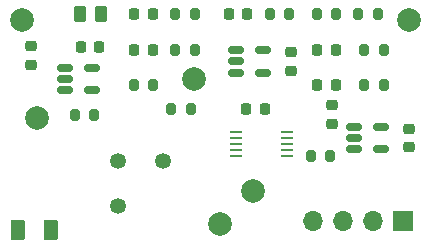
<source format=gts>
G04 #@! TF.GenerationSoftware,KiCad,Pcbnew,7.0.10*
G04 #@! TF.CreationDate,2025-06-25T11:08:39-05:00*
G04 #@! TF.ProjectId,ppg-pcb-4-afe,7070672d-7063-4622-9d34-2d6166652e6b,0*
G04 #@! TF.SameCoordinates,Original*
G04 #@! TF.FileFunction,Soldermask,Top*
G04 #@! TF.FilePolarity,Negative*
%FSLAX46Y46*%
G04 Gerber Fmt 4.6, Leading zero omitted, Abs format (unit mm)*
G04 Created by KiCad (PCBNEW 7.0.10) date 2025-06-25 11:08:39*
%MOMM*%
%LPD*%
G01*
G04 APERTURE LIST*
G04 Aperture macros list*
%AMRoundRect*
0 Rectangle with rounded corners*
0 $1 Rounding radius*
0 $2 $3 $4 $5 $6 $7 $8 $9 X,Y pos of 4 corners*
0 Add a 4 corners polygon primitive as box body*
4,1,4,$2,$3,$4,$5,$6,$7,$8,$9,$2,$3,0*
0 Add four circle primitives for the rounded corners*
1,1,$1+$1,$2,$3*
1,1,$1+$1,$4,$5*
1,1,$1+$1,$6,$7*
1,1,$1+$1,$8,$9*
0 Add four rect primitives between the rounded corners*
20,1,$1+$1,$2,$3,$4,$5,0*
20,1,$1+$1,$4,$5,$6,$7,0*
20,1,$1+$1,$6,$7,$8,$9,0*
20,1,$1+$1,$8,$9,$2,$3,0*%
G04 Aperture macros list end*
%ADD10RoundRect,0.200000X-0.200000X-0.275000X0.200000X-0.275000X0.200000X0.275000X-0.200000X0.275000X0*%
%ADD11RoundRect,0.225000X-0.225000X-0.250000X0.225000X-0.250000X0.225000X0.250000X-0.225000X0.250000X0*%
%ADD12C,2.000000*%
%ADD13RoundRect,0.225000X0.225000X0.250000X-0.225000X0.250000X-0.225000X-0.250000X0.225000X-0.250000X0*%
%ADD14R,1.700000X1.700000*%
%ADD15O,1.700000X1.700000*%
%ADD16RoundRect,0.225000X-0.250000X0.225000X-0.250000X-0.225000X0.250000X-0.225000X0.250000X0.225000X0*%
%ADD17RoundRect,0.150000X-0.512500X-0.150000X0.512500X-0.150000X0.512500X0.150000X-0.512500X0.150000X0*%
%ADD18RoundRect,0.250000X0.375000X0.625000X-0.375000X0.625000X-0.375000X-0.625000X0.375000X-0.625000X0*%
%ADD19RoundRect,0.250000X-0.262500X-0.450000X0.262500X-0.450000X0.262500X0.450000X-0.262500X0.450000X0*%
%ADD20RoundRect,0.225000X0.250000X-0.225000X0.250000X0.225000X-0.250000X0.225000X-0.250000X-0.225000X0*%
%ADD21C,1.350000*%
%ADD22R,1.100000X0.250000*%
G04 APERTURE END LIST*
D10*
X124675000Y-83000000D03*
X126325000Y-83000000D03*
D11*
X124725000Y-86000000D03*
X126275000Y-86000000D03*
D12*
X99750000Y-83500000D03*
D13*
X120275000Y-91000000D03*
X118725000Y-91000000D03*
D10*
X128175000Y-83000000D03*
X129825000Y-83000000D03*
D11*
X124725000Y-89000000D03*
X126275000Y-89000000D03*
D10*
X124175000Y-95000000D03*
X125825000Y-95000000D03*
D14*
X132000000Y-100500000D03*
D15*
X129460000Y-100500000D03*
X126920000Y-100500000D03*
X124380000Y-100500000D03*
D10*
X112350000Y-91000000D03*
X114000000Y-91000000D03*
D16*
X132500000Y-92725000D03*
X132500000Y-94275000D03*
D10*
X112675000Y-83000000D03*
X114325000Y-83000000D03*
D17*
X117862500Y-86050000D03*
X117862500Y-87000000D03*
X117862500Y-87950000D03*
X120137500Y-87950000D03*
X120137500Y-86050000D03*
D18*
X102150000Y-101250000D03*
X99350000Y-101250000D03*
D13*
X106275000Y-85750000D03*
X104725000Y-85750000D03*
D12*
X101000000Y-91750000D03*
X116500000Y-100750000D03*
D17*
X103362500Y-87550000D03*
X103362500Y-88500000D03*
X103362500Y-89450000D03*
X105637500Y-89450000D03*
X105637500Y-87550000D03*
D19*
X104587500Y-83000000D03*
X106412500Y-83000000D03*
D11*
X109225000Y-83000000D03*
X110775000Y-83000000D03*
D16*
X126000000Y-90725000D03*
X126000000Y-92275000D03*
D10*
X112675000Y-86000000D03*
X114325000Y-86000000D03*
D12*
X132500000Y-83500000D03*
X114250000Y-88500000D03*
D10*
X120675000Y-83000000D03*
X122325000Y-83000000D03*
D20*
X122500000Y-87775000D03*
X122500000Y-86225000D03*
D10*
X109175000Y-89000000D03*
X110825000Y-89000000D03*
X128675000Y-89000000D03*
X130325000Y-89000000D03*
D12*
X119250000Y-98000000D03*
D10*
X128675000Y-86000000D03*
X130325000Y-86000000D03*
D21*
X107819600Y-99250000D03*
X107819600Y-95389200D03*
X111680400Y-95389200D03*
D16*
X100500000Y-85725000D03*
X100500000Y-87275000D03*
D11*
X117225000Y-83000000D03*
X118775000Y-83000000D03*
D22*
X117850000Y-93000000D03*
X117850000Y-93500000D03*
X117850000Y-94000000D03*
X117850000Y-94500000D03*
X117850000Y-95000000D03*
X122150000Y-95000000D03*
X122150000Y-94500000D03*
X122150000Y-94000000D03*
X122150000Y-93500000D03*
X122150000Y-93000000D03*
D11*
X109225000Y-86000000D03*
X110775000Y-86000000D03*
D17*
X127862500Y-92550000D03*
X127862500Y-93500000D03*
X127862500Y-94450000D03*
X130137500Y-94450000D03*
X130137500Y-92550000D03*
D10*
X104175000Y-91500000D03*
X105825000Y-91500000D03*
M02*

</source>
